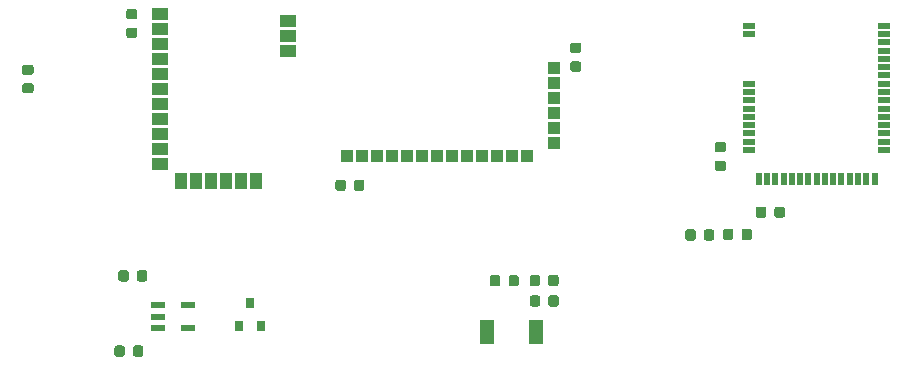
<source format=gbr>
G04 #@! TF.GenerationSoftware,KiCad,Pcbnew,(5.1.5)-3*
G04 #@! TF.CreationDate,2021-02-19T06:08:39+08:00*
G04 #@! TF.ProjectId,SMD810x_breakout,534d4438-3130-4785-9f62-7265616b6f75,rev?*
G04 #@! TF.SameCoordinates,Original*
G04 #@! TF.FileFunction,Paste,Top*
G04 #@! TF.FilePolarity,Positive*
%FSLAX46Y46*%
G04 Gerber Fmt 4.6, Leading zero omitted, Abs format (unit mm)*
G04 Created by KiCad (PCBNEW (5.1.5)-3) date 2021-02-19 06:08:39*
%MOMM*%
%LPD*%
G04 APERTURE LIST*
%ADD10C,0.100000*%
%ADD11R,1.300000X2.000000*%
%ADD12R,1.400000X1.000000*%
%ADD13R,1.000000X1.400000*%
%ADD14R,0.800000X0.900000*%
%ADD15R,1.270000X0.500000*%
%ADD16R,1.000000X1.000000*%
%ADD17R,1.000000X0.500000*%
%ADD18R,0.500000X1.000000*%
G04 APERTURE END LIST*
D10*
G36*
X108876091Y-93709253D02*
G01*
X108897326Y-93712403D01*
X108918150Y-93717619D01*
X108938362Y-93724851D01*
X108957768Y-93734030D01*
X108976181Y-93745066D01*
X108993424Y-93757854D01*
X109009330Y-93772270D01*
X109023746Y-93788176D01*
X109036534Y-93805419D01*
X109047570Y-93823832D01*
X109056749Y-93843238D01*
X109063981Y-93863450D01*
X109069197Y-93884274D01*
X109072347Y-93905509D01*
X109073400Y-93926950D01*
X109073400Y-94439450D01*
X109072347Y-94460891D01*
X109069197Y-94482126D01*
X109063981Y-94502950D01*
X109056749Y-94523162D01*
X109047570Y-94542568D01*
X109036534Y-94560981D01*
X109023746Y-94578224D01*
X109009330Y-94594130D01*
X108993424Y-94608546D01*
X108976181Y-94621334D01*
X108957768Y-94632370D01*
X108938362Y-94641549D01*
X108918150Y-94648781D01*
X108897326Y-94653997D01*
X108876091Y-94657147D01*
X108854650Y-94658200D01*
X108417150Y-94658200D01*
X108395709Y-94657147D01*
X108374474Y-94653997D01*
X108353650Y-94648781D01*
X108333438Y-94641549D01*
X108314032Y-94632370D01*
X108295619Y-94621334D01*
X108278376Y-94608546D01*
X108262470Y-94594130D01*
X108248054Y-94578224D01*
X108235266Y-94560981D01*
X108224230Y-94542568D01*
X108215051Y-94523162D01*
X108207819Y-94502950D01*
X108202603Y-94482126D01*
X108199453Y-94460891D01*
X108198400Y-94439450D01*
X108198400Y-93926950D01*
X108199453Y-93905509D01*
X108202603Y-93884274D01*
X108207819Y-93863450D01*
X108215051Y-93843238D01*
X108224230Y-93823832D01*
X108235266Y-93805419D01*
X108248054Y-93788176D01*
X108262470Y-93772270D01*
X108278376Y-93757854D01*
X108295619Y-93745066D01*
X108314032Y-93734030D01*
X108333438Y-93724851D01*
X108353650Y-93717619D01*
X108374474Y-93712403D01*
X108395709Y-93709253D01*
X108417150Y-93708200D01*
X108854650Y-93708200D01*
X108876091Y-93709253D01*
G37*
G36*
X107301091Y-93709253D02*
G01*
X107322326Y-93712403D01*
X107343150Y-93717619D01*
X107363362Y-93724851D01*
X107382768Y-93734030D01*
X107401181Y-93745066D01*
X107418424Y-93757854D01*
X107434330Y-93772270D01*
X107448746Y-93788176D01*
X107461534Y-93805419D01*
X107472570Y-93823832D01*
X107481749Y-93843238D01*
X107488981Y-93863450D01*
X107494197Y-93884274D01*
X107497347Y-93905509D01*
X107498400Y-93926950D01*
X107498400Y-94439450D01*
X107497347Y-94460891D01*
X107494197Y-94482126D01*
X107488981Y-94502950D01*
X107481749Y-94523162D01*
X107472570Y-94542568D01*
X107461534Y-94560981D01*
X107448746Y-94578224D01*
X107434330Y-94594130D01*
X107418424Y-94608546D01*
X107401181Y-94621334D01*
X107382768Y-94632370D01*
X107363362Y-94641549D01*
X107343150Y-94648781D01*
X107322326Y-94653997D01*
X107301091Y-94657147D01*
X107279650Y-94658200D01*
X106842150Y-94658200D01*
X106820709Y-94657147D01*
X106799474Y-94653997D01*
X106778650Y-94648781D01*
X106758438Y-94641549D01*
X106739032Y-94632370D01*
X106720619Y-94621334D01*
X106703376Y-94608546D01*
X106687470Y-94594130D01*
X106673054Y-94578224D01*
X106660266Y-94560981D01*
X106649230Y-94542568D01*
X106640051Y-94523162D01*
X106632819Y-94502950D01*
X106627603Y-94482126D01*
X106624453Y-94460891D01*
X106623400Y-94439450D01*
X106623400Y-93926950D01*
X106624453Y-93905509D01*
X106627603Y-93884274D01*
X106632819Y-93863450D01*
X106640051Y-93843238D01*
X106649230Y-93823832D01*
X106660266Y-93805419D01*
X106673054Y-93788176D01*
X106687470Y-93772270D01*
X106703376Y-93757854D01*
X106720619Y-93745066D01*
X106739032Y-93734030D01*
X106758438Y-93724851D01*
X106778650Y-93717619D01*
X106799474Y-93712403D01*
X106820709Y-93709253D01*
X106842150Y-93708200D01*
X107279650Y-93708200D01*
X107301091Y-93709253D01*
G37*
G36*
X107642691Y-87346053D02*
G01*
X107663926Y-87349203D01*
X107684750Y-87354419D01*
X107704962Y-87361651D01*
X107724368Y-87370830D01*
X107742781Y-87381866D01*
X107760024Y-87394654D01*
X107775930Y-87409070D01*
X107790346Y-87424976D01*
X107803134Y-87442219D01*
X107814170Y-87460632D01*
X107823349Y-87480038D01*
X107830581Y-87500250D01*
X107835797Y-87521074D01*
X107838947Y-87542309D01*
X107840000Y-87563750D01*
X107840000Y-88076250D01*
X107838947Y-88097691D01*
X107835797Y-88118926D01*
X107830581Y-88139750D01*
X107823349Y-88159962D01*
X107814170Y-88179368D01*
X107803134Y-88197781D01*
X107790346Y-88215024D01*
X107775930Y-88230930D01*
X107760024Y-88245346D01*
X107742781Y-88258134D01*
X107724368Y-88269170D01*
X107704962Y-88278349D01*
X107684750Y-88285581D01*
X107663926Y-88290797D01*
X107642691Y-88293947D01*
X107621250Y-88295000D01*
X107183750Y-88295000D01*
X107162309Y-88293947D01*
X107141074Y-88290797D01*
X107120250Y-88285581D01*
X107100038Y-88278349D01*
X107080632Y-88269170D01*
X107062219Y-88258134D01*
X107044976Y-88245346D01*
X107029070Y-88230930D01*
X107014654Y-88215024D01*
X107001866Y-88197781D01*
X106990830Y-88179368D01*
X106981651Y-88159962D01*
X106974419Y-88139750D01*
X106969203Y-88118926D01*
X106966053Y-88097691D01*
X106965000Y-88076250D01*
X106965000Y-87563750D01*
X106966053Y-87542309D01*
X106969203Y-87521074D01*
X106974419Y-87500250D01*
X106981651Y-87480038D01*
X106990830Y-87460632D01*
X107001866Y-87442219D01*
X107014654Y-87424976D01*
X107029070Y-87409070D01*
X107044976Y-87394654D01*
X107062219Y-87381866D01*
X107080632Y-87370830D01*
X107100038Y-87361651D01*
X107120250Y-87354419D01*
X107141074Y-87349203D01*
X107162309Y-87346053D01*
X107183750Y-87345000D01*
X107621250Y-87345000D01*
X107642691Y-87346053D01*
G37*
G36*
X109217691Y-87346053D02*
G01*
X109238926Y-87349203D01*
X109259750Y-87354419D01*
X109279962Y-87361651D01*
X109299368Y-87370830D01*
X109317781Y-87381866D01*
X109335024Y-87394654D01*
X109350930Y-87409070D01*
X109365346Y-87424976D01*
X109378134Y-87442219D01*
X109389170Y-87460632D01*
X109398349Y-87480038D01*
X109405581Y-87500250D01*
X109410797Y-87521074D01*
X109413947Y-87542309D01*
X109415000Y-87563750D01*
X109415000Y-88076250D01*
X109413947Y-88097691D01*
X109410797Y-88118926D01*
X109405581Y-88139750D01*
X109398349Y-88159962D01*
X109389170Y-88179368D01*
X109378134Y-88197781D01*
X109365346Y-88215024D01*
X109350930Y-88230930D01*
X109335024Y-88245346D01*
X109317781Y-88258134D01*
X109299368Y-88269170D01*
X109279962Y-88278349D01*
X109259750Y-88285581D01*
X109238926Y-88290797D01*
X109217691Y-88293947D01*
X109196250Y-88295000D01*
X108758750Y-88295000D01*
X108737309Y-88293947D01*
X108716074Y-88290797D01*
X108695250Y-88285581D01*
X108675038Y-88278349D01*
X108655632Y-88269170D01*
X108637219Y-88258134D01*
X108619976Y-88245346D01*
X108604070Y-88230930D01*
X108589654Y-88215024D01*
X108576866Y-88197781D01*
X108565830Y-88179368D01*
X108556651Y-88159962D01*
X108549419Y-88139750D01*
X108544203Y-88118926D01*
X108541053Y-88097691D01*
X108540000Y-88076250D01*
X108540000Y-87563750D01*
X108541053Y-87542309D01*
X108544203Y-87521074D01*
X108549419Y-87500250D01*
X108556651Y-87480038D01*
X108565830Y-87460632D01*
X108576866Y-87442219D01*
X108589654Y-87424976D01*
X108604070Y-87409070D01*
X108619976Y-87394654D01*
X108637219Y-87381866D01*
X108655632Y-87370830D01*
X108675038Y-87361651D01*
X108695250Y-87354419D01*
X108716074Y-87349203D01*
X108737309Y-87346053D01*
X108758750Y-87345000D01*
X109196250Y-87345000D01*
X109217691Y-87346053D01*
G37*
G36*
X108377691Y-66791053D02*
G01*
X108398926Y-66794203D01*
X108419750Y-66799419D01*
X108439962Y-66806651D01*
X108459368Y-66815830D01*
X108477781Y-66826866D01*
X108495024Y-66839654D01*
X108510930Y-66854070D01*
X108525346Y-66869976D01*
X108538134Y-66887219D01*
X108549170Y-66905632D01*
X108558349Y-66925038D01*
X108565581Y-66945250D01*
X108570797Y-66966074D01*
X108573947Y-66987309D01*
X108575000Y-67008750D01*
X108575000Y-67446250D01*
X108573947Y-67467691D01*
X108570797Y-67488926D01*
X108565581Y-67509750D01*
X108558349Y-67529962D01*
X108549170Y-67549368D01*
X108538134Y-67567781D01*
X108525346Y-67585024D01*
X108510930Y-67600930D01*
X108495024Y-67615346D01*
X108477781Y-67628134D01*
X108459368Y-67639170D01*
X108439962Y-67648349D01*
X108419750Y-67655581D01*
X108398926Y-67660797D01*
X108377691Y-67663947D01*
X108356250Y-67665000D01*
X107843750Y-67665000D01*
X107822309Y-67663947D01*
X107801074Y-67660797D01*
X107780250Y-67655581D01*
X107760038Y-67648349D01*
X107740632Y-67639170D01*
X107722219Y-67628134D01*
X107704976Y-67615346D01*
X107689070Y-67600930D01*
X107674654Y-67585024D01*
X107661866Y-67567781D01*
X107650830Y-67549368D01*
X107641651Y-67529962D01*
X107634419Y-67509750D01*
X107629203Y-67488926D01*
X107626053Y-67467691D01*
X107625000Y-67446250D01*
X107625000Y-67008750D01*
X107626053Y-66987309D01*
X107629203Y-66966074D01*
X107634419Y-66945250D01*
X107641651Y-66925038D01*
X107650830Y-66905632D01*
X107661866Y-66887219D01*
X107674654Y-66869976D01*
X107689070Y-66854070D01*
X107704976Y-66839654D01*
X107722219Y-66826866D01*
X107740632Y-66815830D01*
X107760038Y-66806651D01*
X107780250Y-66799419D01*
X107801074Y-66794203D01*
X107822309Y-66791053D01*
X107843750Y-66790000D01*
X108356250Y-66790000D01*
X108377691Y-66791053D01*
G37*
G36*
X108377691Y-65216053D02*
G01*
X108398926Y-65219203D01*
X108419750Y-65224419D01*
X108439962Y-65231651D01*
X108459368Y-65240830D01*
X108477781Y-65251866D01*
X108495024Y-65264654D01*
X108510930Y-65279070D01*
X108525346Y-65294976D01*
X108538134Y-65312219D01*
X108549170Y-65330632D01*
X108558349Y-65350038D01*
X108565581Y-65370250D01*
X108570797Y-65391074D01*
X108573947Y-65412309D01*
X108575000Y-65433750D01*
X108575000Y-65871250D01*
X108573947Y-65892691D01*
X108570797Y-65913926D01*
X108565581Y-65934750D01*
X108558349Y-65954962D01*
X108549170Y-65974368D01*
X108538134Y-65992781D01*
X108525346Y-66010024D01*
X108510930Y-66025930D01*
X108495024Y-66040346D01*
X108477781Y-66053134D01*
X108459368Y-66064170D01*
X108439962Y-66073349D01*
X108419750Y-66080581D01*
X108398926Y-66085797D01*
X108377691Y-66088947D01*
X108356250Y-66090000D01*
X107843750Y-66090000D01*
X107822309Y-66088947D01*
X107801074Y-66085797D01*
X107780250Y-66080581D01*
X107760038Y-66073349D01*
X107740632Y-66064170D01*
X107722219Y-66053134D01*
X107704976Y-66040346D01*
X107689070Y-66025930D01*
X107674654Y-66010024D01*
X107661866Y-65992781D01*
X107650830Y-65974368D01*
X107641651Y-65954962D01*
X107634419Y-65934750D01*
X107629203Y-65913926D01*
X107626053Y-65892691D01*
X107625000Y-65871250D01*
X107625000Y-65433750D01*
X107626053Y-65412309D01*
X107629203Y-65391074D01*
X107634419Y-65370250D01*
X107641651Y-65350038D01*
X107650830Y-65330632D01*
X107661866Y-65312219D01*
X107674654Y-65294976D01*
X107689070Y-65279070D01*
X107704976Y-65264654D01*
X107722219Y-65251866D01*
X107740632Y-65240830D01*
X107760038Y-65231651D01*
X107780250Y-65224419D01*
X107801074Y-65219203D01*
X107822309Y-65216053D01*
X107843750Y-65215000D01*
X108356250Y-65215000D01*
X108377691Y-65216053D01*
G37*
D11*
X138180000Y-92590000D03*
X142280000Y-92590000D03*
D12*
X121295000Y-68804200D03*
X121295000Y-67534200D03*
X121295000Y-66264200D03*
D13*
X118628000Y-79773000D03*
X117358000Y-79773000D03*
X116088000Y-79773000D03*
X114818000Y-79773000D03*
X113548000Y-79773000D03*
X112278000Y-79773000D03*
D12*
X110500000Y-78380000D03*
X110500000Y-77110000D03*
X110500000Y-75840000D03*
X110500000Y-74570000D03*
X110500000Y-73300000D03*
X110500000Y-72030000D03*
X110500000Y-70760000D03*
X110500000Y-69490000D03*
X110500000Y-68220000D03*
X110500000Y-66950000D03*
X110500000Y-65680000D03*
D14*
X117160000Y-92100000D03*
X119060000Y-92100000D03*
X118110000Y-90100000D03*
D10*
G36*
X158197691Y-76476053D02*
G01*
X158218926Y-76479203D01*
X158239750Y-76484419D01*
X158259962Y-76491651D01*
X158279368Y-76500830D01*
X158297781Y-76511866D01*
X158315024Y-76524654D01*
X158330930Y-76539070D01*
X158345346Y-76554976D01*
X158358134Y-76572219D01*
X158369170Y-76590632D01*
X158378349Y-76610038D01*
X158385581Y-76630250D01*
X158390797Y-76651074D01*
X158393947Y-76672309D01*
X158395000Y-76693750D01*
X158395000Y-77131250D01*
X158393947Y-77152691D01*
X158390797Y-77173926D01*
X158385581Y-77194750D01*
X158378349Y-77214962D01*
X158369170Y-77234368D01*
X158358134Y-77252781D01*
X158345346Y-77270024D01*
X158330930Y-77285930D01*
X158315024Y-77300346D01*
X158297781Y-77313134D01*
X158279368Y-77324170D01*
X158259962Y-77333349D01*
X158239750Y-77340581D01*
X158218926Y-77345797D01*
X158197691Y-77348947D01*
X158176250Y-77350000D01*
X157663750Y-77350000D01*
X157642309Y-77348947D01*
X157621074Y-77345797D01*
X157600250Y-77340581D01*
X157580038Y-77333349D01*
X157560632Y-77324170D01*
X157542219Y-77313134D01*
X157524976Y-77300346D01*
X157509070Y-77285930D01*
X157494654Y-77270024D01*
X157481866Y-77252781D01*
X157470830Y-77234368D01*
X157461651Y-77214962D01*
X157454419Y-77194750D01*
X157449203Y-77173926D01*
X157446053Y-77152691D01*
X157445000Y-77131250D01*
X157445000Y-76693750D01*
X157446053Y-76672309D01*
X157449203Y-76651074D01*
X157454419Y-76630250D01*
X157461651Y-76610038D01*
X157470830Y-76590632D01*
X157481866Y-76572219D01*
X157494654Y-76554976D01*
X157509070Y-76539070D01*
X157524976Y-76524654D01*
X157542219Y-76511866D01*
X157560632Y-76500830D01*
X157580038Y-76491651D01*
X157600250Y-76484419D01*
X157621074Y-76479203D01*
X157642309Y-76476053D01*
X157663750Y-76475000D01*
X158176250Y-76475000D01*
X158197691Y-76476053D01*
G37*
G36*
X158197691Y-78051053D02*
G01*
X158218926Y-78054203D01*
X158239750Y-78059419D01*
X158259962Y-78066651D01*
X158279368Y-78075830D01*
X158297781Y-78086866D01*
X158315024Y-78099654D01*
X158330930Y-78114070D01*
X158345346Y-78129976D01*
X158358134Y-78147219D01*
X158369170Y-78165632D01*
X158378349Y-78185038D01*
X158385581Y-78205250D01*
X158390797Y-78226074D01*
X158393947Y-78247309D01*
X158395000Y-78268750D01*
X158395000Y-78706250D01*
X158393947Y-78727691D01*
X158390797Y-78748926D01*
X158385581Y-78769750D01*
X158378349Y-78789962D01*
X158369170Y-78809368D01*
X158358134Y-78827781D01*
X158345346Y-78845024D01*
X158330930Y-78860930D01*
X158315024Y-78875346D01*
X158297781Y-78888134D01*
X158279368Y-78899170D01*
X158259962Y-78908349D01*
X158239750Y-78915581D01*
X158218926Y-78920797D01*
X158197691Y-78923947D01*
X158176250Y-78925000D01*
X157663750Y-78925000D01*
X157642309Y-78923947D01*
X157621074Y-78920797D01*
X157600250Y-78915581D01*
X157580038Y-78908349D01*
X157560632Y-78899170D01*
X157542219Y-78888134D01*
X157524976Y-78875346D01*
X157509070Y-78860930D01*
X157494654Y-78845024D01*
X157481866Y-78827781D01*
X157470830Y-78809368D01*
X157461651Y-78789962D01*
X157454419Y-78769750D01*
X157449203Y-78748926D01*
X157446053Y-78727691D01*
X157445000Y-78706250D01*
X157445000Y-78268750D01*
X157446053Y-78247309D01*
X157449203Y-78226074D01*
X157454419Y-78205250D01*
X157461651Y-78185038D01*
X157470830Y-78165632D01*
X157481866Y-78147219D01*
X157494654Y-78129976D01*
X157509070Y-78114070D01*
X157524976Y-78099654D01*
X157542219Y-78086866D01*
X157560632Y-78075830D01*
X157580038Y-78066651D01*
X157600250Y-78059419D01*
X157621074Y-78054203D01*
X157642309Y-78051053D01*
X157663750Y-78050000D01*
X158176250Y-78050000D01*
X158197691Y-78051053D01*
G37*
G36*
X161612691Y-81946053D02*
G01*
X161633926Y-81949203D01*
X161654750Y-81954419D01*
X161674962Y-81961651D01*
X161694368Y-81970830D01*
X161712781Y-81981866D01*
X161730024Y-81994654D01*
X161745930Y-82009070D01*
X161760346Y-82024976D01*
X161773134Y-82042219D01*
X161784170Y-82060632D01*
X161793349Y-82080038D01*
X161800581Y-82100250D01*
X161805797Y-82121074D01*
X161808947Y-82142309D01*
X161810000Y-82163750D01*
X161810000Y-82676250D01*
X161808947Y-82697691D01*
X161805797Y-82718926D01*
X161800581Y-82739750D01*
X161793349Y-82759962D01*
X161784170Y-82779368D01*
X161773134Y-82797781D01*
X161760346Y-82815024D01*
X161745930Y-82830930D01*
X161730024Y-82845346D01*
X161712781Y-82858134D01*
X161694368Y-82869170D01*
X161674962Y-82878349D01*
X161654750Y-82885581D01*
X161633926Y-82890797D01*
X161612691Y-82893947D01*
X161591250Y-82895000D01*
X161153750Y-82895000D01*
X161132309Y-82893947D01*
X161111074Y-82890797D01*
X161090250Y-82885581D01*
X161070038Y-82878349D01*
X161050632Y-82869170D01*
X161032219Y-82858134D01*
X161014976Y-82845346D01*
X160999070Y-82830930D01*
X160984654Y-82815024D01*
X160971866Y-82797781D01*
X160960830Y-82779368D01*
X160951651Y-82759962D01*
X160944419Y-82739750D01*
X160939203Y-82718926D01*
X160936053Y-82697691D01*
X160935000Y-82676250D01*
X160935000Y-82163750D01*
X160936053Y-82142309D01*
X160939203Y-82121074D01*
X160944419Y-82100250D01*
X160951651Y-82080038D01*
X160960830Y-82060632D01*
X160971866Y-82042219D01*
X160984654Y-82024976D01*
X160999070Y-82009070D01*
X161014976Y-81994654D01*
X161032219Y-81981866D01*
X161050632Y-81970830D01*
X161070038Y-81961651D01*
X161090250Y-81954419D01*
X161111074Y-81949203D01*
X161132309Y-81946053D01*
X161153750Y-81945000D01*
X161591250Y-81945000D01*
X161612691Y-81946053D01*
G37*
G36*
X163187691Y-81946053D02*
G01*
X163208926Y-81949203D01*
X163229750Y-81954419D01*
X163249962Y-81961651D01*
X163269368Y-81970830D01*
X163287781Y-81981866D01*
X163305024Y-81994654D01*
X163320930Y-82009070D01*
X163335346Y-82024976D01*
X163348134Y-82042219D01*
X163359170Y-82060632D01*
X163368349Y-82080038D01*
X163375581Y-82100250D01*
X163380797Y-82121074D01*
X163383947Y-82142309D01*
X163385000Y-82163750D01*
X163385000Y-82676250D01*
X163383947Y-82697691D01*
X163380797Y-82718926D01*
X163375581Y-82739750D01*
X163368349Y-82759962D01*
X163359170Y-82779368D01*
X163348134Y-82797781D01*
X163335346Y-82815024D01*
X163320930Y-82830930D01*
X163305024Y-82845346D01*
X163287781Y-82858134D01*
X163269368Y-82869170D01*
X163249962Y-82878349D01*
X163229750Y-82885581D01*
X163208926Y-82890797D01*
X163187691Y-82893947D01*
X163166250Y-82895000D01*
X162728750Y-82895000D01*
X162707309Y-82893947D01*
X162686074Y-82890797D01*
X162665250Y-82885581D01*
X162645038Y-82878349D01*
X162625632Y-82869170D01*
X162607219Y-82858134D01*
X162589976Y-82845346D01*
X162574070Y-82830930D01*
X162559654Y-82815024D01*
X162546866Y-82797781D01*
X162535830Y-82779368D01*
X162526651Y-82759962D01*
X162519419Y-82739750D01*
X162514203Y-82718926D01*
X162511053Y-82697691D01*
X162510000Y-82676250D01*
X162510000Y-82163750D01*
X162511053Y-82142309D01*
X162514203Y-82121074D01*
X162519419Y-82100250D01*
X162526651Y-82080038D01*
X162535830Y-82060632D01*
X162546866Y-82042219D01*
X162559654Y-82024976D01*
X162574070Y-82009070D01*
X162589976Y-81994654D01*
X162607219Y-81981866D01*
X162625632Y-81970830D01*
X162645038Y-81961651D01*
X162665250Y-81954419D01*
X162686074Y-81949203D01*
X162707309Y-81946053D01*
X162728750Y-81945000D01*
X163166250Y-81945000D01*
X163187691Y-81946053D01*
G37*
G36*
X145957691Y-69651053D02*
G01*
X145978926Y-69654203D01*
X145999750Y-69659419D01*
X146019962Y-69666651D01*
X146039368Y-69675830D01*
X146057781Y-69686866D01*
X146075024Y-69699654D01*
X146090930Y-69714070D01*
X146105346Y-69729976D01*
X146118134Y-69747219D01*
X146129170Y-69765632D01*
X146138349Y-69785038D01*
X146145581Y-69805250D01*
X146150797Y-69826074D01*
X146153947Y-69847309D01*
X146155000Y-69868750D01*
X146155000Y-70306250D01*
X146153947Y-70327691D01*
X146150797Y-70348926D01*
X146145581Y-70369750D01*
X146138349Y-70389962D01*
X146129170Y-70409368D01*
X146118134Y-70427781D01*
X146105346Y-70445024D01*
X146090930Y-70460930D01*
X146075024Y-70475346D01*
X146057781Y-70488134D01*
X146039368Y-70499170D01*
X146019962Y-70508349D01*
X145999750Y-70515581D01*
X145978926Y-70520797D01*
X145957691Y-70523947D01*
X145936250Y-70525000D01*
X145423750Y-70525000D01*
X145402309Y-70523947D01*
X145381074Y-70520797D01*
X145360250Y-70515581D01*
X145340038Y-70508349D01*
X145320632Y-70499170D01*
X145302219Y-70488134D01*
X145284976Y-70475346D01*
X145269070Y-70460930D01*
X145254654Y-70445024D01*
X145241866Y-70427781D01*
X145230830Y-70409368D01*
X145221651Y-70389962D01*
X145214419Y-70369750D01*
X145209203Y-70348926D01*
X145206053Y-70327691D01*
X145205000Y-70306250D01*
X145205000Y-69868750D01*
X145206053Y-69847309D01*
X145209203Y-69826074D01*
X145214419Y-69805250D01*
X145221651Y-69785038D01*
X145230830Y-69765632D01*
X145241866Y-69747219D01*
X145254654Y-69729976D01*
X145269070Y-69714070D01*
X145284976Y-69699654D01*
X145302219Y-69686866D01*
X145320632Y-69675830D01*
X145340038Y-69666651D01*
X145360250Y-69659419D01*
X145381074Y-69654203D01*
X145402309Y-69651053D01*
X145423750Y-69650000D01*
X145936250Y-69650000D01*
X145957691Y-69651053D01*
G37*
G36*
X145957691Y-68076053D02*
G01*
X145978926Y-68079203D01*
X145999750Y-68084419D01*
X146019962Y-68091651D01*
X146039368Y-68100830D01*
X146057781Y-68111866D01*
X146075024Y-68124654D01*
X146090930Y-68139070D01*
X146105346Y-68154976D01*
X146118134Y-68172219D01*
X146129170Y-68190632D01*
X146138349Y-68210038D01*
X146145581Y-68230250D01*
X146150797Y-68251074D01*
X146153947Y-68272309D01*
X146155000Y-68293750D01*
X146155000Y-68731250D01*
X146153947Y-68752691D01*
X146150797Y-68773926D01*
X146145581Y-68794750D01*
X146138349Y-68814962D01*
X146129170Y-68834368D01*
X146118134Y-68852781D01*
X146105346Y-68870024D01*
X146090930Y-68885930D01*
X146075024Y-68900346D01*
X146057781Y-68913134D01*
X146039368Y-68924170D01*
X146019962Y-68933349D01*
X145999750Y-68940581D01*
X145978926Y-68945797D01*
X145957691Y-68948947D01*
X145936250Y-68950000D01*
X145423750Y-68950000D01*
X145402309Y-68948947D01*
X145381074Y-68945797D01*
X145360250Y-68940581D01*
X145340038Y-68933349D01*
X145320632Y-68924170D01*
X145302219Y-68913134D01*
X145284976Y-68900346D01*
X145269070Y-68885930D01*
X145254654Y-68870024D01*
X145241866Y-68852781D01*
X145230830Y-68834368D01*
X145221651Y-68814962D01*
X145214419Y-68794750D01*
X145209203Y-68773926D01*
X145206053Y-68752691D01*
X145205000Y-68731250D01*
X145205000Y-68293750D01*
X145206053Y-68272309D01*
X145209203Y-68251074D01*
X145214419Y-68230250D01*
X145221651Y-68210038D01*
X145230830Y-68190632D01*
X145241866Y-68172219D01*
X145254654Y-68154976D01*
X145269070Y-68139070D01*
X145284976Y-68124654D01*
X145302219Y-68111866D01*
X145320632Y-68100830D01*
X145340038Y-68091651D01*
X145360250Y-68084419D01*
X145381074Y-68079203D01*
X145402309Y-68076053D01*
X145423750Y-68075000D01*
X145936250Y-68075000D01*
X145957691Y-68076053D01*
G37*
G36*
X157207691Y-83876053D02*
G01*
X157228926Y-83879203D01*
X157249750Y-83884419D01*
X157269962Y-83891651D01*
X157289368Y-83900830D01*
X157307781Y-83911866D01*
X157325024Y-83924654D01*
X157340930Y-83939070D01*
X157355346Y-83954976D01*
X157368134Y-83972219D01*
X157379170Y-83990632D01*
X157388349Y-84010038D01*
X157395581Y-84030250D01*
X157400797Y-84051074D01*
X157403947Y-84072309D01*
X157405000Y-84093750D01*
X157405000Y-84606250D01*
X157403947Y-84627691D01*
X157400797Y-84648926D01*
X157395581Y-84669750D01*
X157388349Y-84689962D01*
X157379170Y-84709368D01*
X157368134Y-84727781D01*
X157355346Y-84745024D01*
X157340930Y-84760930D01*
X157325024Y-84775346D01*
X157307781Y-84788134D01*
X157289368Y-84799170D01*
X157269962Y-84808349D01*
X157249750Y-84815581D01*
X157228926Y-84820797D01*
X157207691Y-84823947D01*
X157186250Y-84825000D01*
X156748750Y-84825000D01*
X156727309Y-84823947D01*
X156706074Y-84820797D01*
X156685250Y-84815581D01*
X156665038Y-84808349D01*
X156645632Y-84799170D01*
X156627219Y-84788134D01*
X156609976Y-84775346D01*
X156594070Y-84760930D01*
X156579654Y-84745024D01*
X156566866Y-84727781D01*
X156555830Y-84709368D01*
X156546651Y-84689962D01*
X156539419Y-84669750D01*
X156534203Y-84648926D01*
X156531053Y-84627691D01*
X156530000Y-84606250D01*
X156530000Y-84093750D01*
X156531053Y-84072309D01*
X156534203Y-84051074D01*
X156539419Y-84030250D01*
X156546651Y-84010038D01*
X156555830Y-83990632D01*
X156566866Y-83972219D01*
X156579654Y-83954976D01*
X156594070Y-83939070D01*
X156609976Y-83924654D01*
X156627219Y-83911866D01*
X156645632Y-83900830D01*
X156665038Y-83891651D01*
X156685250Y-83884419D01*
X156706074Y-83879203D01*
X156727309Y-83876053D01*
X156748750Y-83875000D01*
X157186250Y-83875000D01*
X157207691Y-83876053D01*
G37*
G36*
X155632691Y-83876053D02*
G01*
X155653926Y-83879203D01*
X155674750Y-83884419D01*
X155694962Y-83891651D01*
X155714368Y-83900830D01*
X155732781Y-83911866D01*
X155750024Y-83924654D01*
X155765930Y-83939070D01*
X155780346Y-83954976D01*
X155793134Y-83972219D01*
X155804170Y-83990632D01*
X155813349Y-84010038D01*
X155820581Y-84030250D01*
X155825797Y-84051074D01*
X155828947Y-84072309D01*
X155830000Y-84093750D01*
X155830000Y-84606250D01*
X155828947Y-84627691D01*
X155825797Y-84648926D01*
X155820581Y-84669750D01*
X155813349Y-84689962D01*
X155804170Y-84709368D01*
X155793134Y-84727781D01*
X155780346Y-84745024D01*
X155765930Y-84760930D01*
X155750024Y-84775346D01*
X155732781Y-84788134D01*
X155714368Y-84799170D01*
X155694962Y-84808349D01*
X155674750Y-84815581D01*
X155653926Y-84820797D01*
X155632691Y-84823947D01*
X155611250Y-84825000D01*
X155173750Y-84825000D01*
X155152309Y-84823947D01*
X155131074Y-84820797D01*
X155110250Y-84815581D01*
X155090038Y-84808349D01*
X155070632Y-84799170D01*
X155052219Y-84788134D01*
X155034976Y-84775346D01*
X155019070Y-84760930D01*
X155004654Y-84745024D01*
X154991866Y-84727781D01*
X154980830Y-84709368D01*
X154971651Y-84689962D01*
X154964419Y-84669750D01*
X154959203Y-84648926D01*
X154956053Y-84627691D01*
X154955000Y-84606250D01*
X154955000Y-84093750D01*
X154956053Y-84072309D01*
X154959203Y-84051074D01*
X154964419Y-84030250D01*
X154971651Y-84010038D01*
X154980830Y-83990632D01*
X154991866Y-83972219D01*
X155004654Y-83954976D01*
X155019070Y-83939070D01*
X155034976Y-83924654D01*
X155052219Y-83911866D01*
X155070632Y-83900830D01*
X155090038Y-83891651D01*
X155110250Y-83884419D01*
X155131074Y-83879203D01*
X155152309Y-83876053D01*
X155173750Y-83875000D01*
X155611250Y-83875000D01*
X155632691Y-83876053D01*
G37*
G36*
X160397691Y-83826053D02*
G01*
X160418926Y-83829203D01*
X160439750Y-83834419D01*
X160459962Y-83841651D01*
X160479368Y-83850830D01*
X160497781Y-83861866D01*
X160515024Y-83874654D01*
X160530930Y-83889070D01*
X160545346Y-83904976D01*
X160558134Y-83922219D01*
X160569170Y-83940632D01*
X160578349Y-83960038D01*
X160585581Y-83980250D01*
X160590797Y-84001074D01*
X160593947Y-84022309D01*
X160595000Y-84043750D01*
X160595000Y-84556250D01*
X160593947Y-84577691D01*
X160590797Y-84598926D01*
X160585581Y-84619750D01*
X160578349Y-84639962D01*
X160569170Y-84659368D01*
X160558134Y-84677781D01*
X160545346Y-84695024D01*
X160530930Y-84710930D01*
X160515024Y-84725346D01*
X160497781Y-84738134D01*
X160479368Y-84749170D01*
X160459962Y-84758349D01*
X160439750Y-84765581D01*
X160418926Y-84770797D01*
X160397691Y-84773947D01*
X160376250Y-84775000D01*
X159938750Y-84775000D01*
X159917309Y-84773947D01*
X159896074Y-84770797D01*
X159875250Y-84765581D01*
X159855038Y-84758349D01*
X159835632Y-84749170D01*
X159817219Y-84738134D01*
X159799976Y-84725346D01*
X159784070Y-84710930D01*
X159769654Y-84695024D01*
X159756866Y-84677781D01*
X159745830Y-84659368D01*
X159736651Y-84639962D01*
X159729419Y-84619750D01*
X159724203Y-84598926D01*
X159721053Y-84577691D01*
X159720000Y-84556250D01*
X159720000Y-84043750D01*
X159721053Y-84022309D01*
X159724203Y-84001074D01*
X159729419Y-83980250D01*
X159736651Y-83960038D01*
X159745830Y-83940632D01*
X159756866Y-83922219D01*
X159769654Y-83904976D01*
X159784070Y-83889070D01*
X159799976Y-83874654D01*
X159817219Y-83861866D01*
X159835632Y-83850830D01*
X159855038Y-83841651D01*
X159875250Y-83834419D01*
X159896074Y-83829203D01*
X159917309Y-83826053D01*
X159938750Y-83825000D01*
X160376250Y-83825000D01*
X160397691Y-83826053D01*
G37*
G36*
X158822691Y-83826053D02*
G01*
X158843926Y-83829203D01*
X158864750Y-83834419D01*
X158884962Y-83841651D01*
X158904368Y-83850830D01*
X158922781Y-83861866D01*
X158940024Y-83874654D01*
X158955930Y-83889070D01*
X158970346Y-83904976D01*
X158983134Y-83922219D01*
X158994170Y-83940632D01*
X159003349Y-83960038D01*
X159010581Y-83980250D01*
X159015797Y-84001074D01*
X159018947Y-84022309D01*
X159020000Y-84043750D01*
X159020000Y-84556250D01*
X159018947Y-84577691D01*
X159015797Y-84598926D01*
X159010581Y-84619750D01*
X159003349Y-84639962D01*
X158994170Y-84659368D01*
X158983134Y-84677781D01*
X158970346Y-84695024D01*
X158955930Y-84710930D01*
X158940024Y-84725346D01*
X158922781Y-84738134D01*
X158904368Y-84749170D01*
X158884962Y-84758349D01*
X158864750Y-84765581D01*
X158843926Y-84770797D01*
X158822691Y-84773947D01*
X158801250Y-84775000D01*
X158363750Y-84775000D01*
X158342309Y-84773947D01*
X158321074Y-84770797D01*
X158300250Y-84765581D01*
X158280038Y-84758349D01*
X158260632Y-84749170D01*
X158242219Y-84738134D01*
X158224976Y-84725346D01*
X158209070Y-84710930D01*
X158194654Y-84695024D01*
X158181866Y-84677781D01*
X158170830Y-84659368D01*
X158161651Y-84639962D01*
X158154419Y-84619750D01*
X158149203Y-84598926D01*
X158146053Y-84577691D01*
X158145000Y-84556250D01*
X158145000Y-84043750D01*
X158146053Y-84022309D01*
X158149203Y-84001074D01*
X158154419Y-83980250D01*
X158161651Y-83960038D01*
X158170830Y-83940632D01*
X158181866Y-83922219D01*
X158194654Y-83904976D01*
X158209070Y-83889070D01*
X158224976Y-83874654D01*
X158242219Y-83861866D01*
X158260632Y-83850830D01*
X158280038Y-83841651D01*
X158300250Y-83834419D01*
X158321074Y-83829203D01*
X158342309Y-83826053D01*
X158363750Y-83825000D01*
X158801250Y-83825000D01*
X158822691Y-83826053D01*
G37*
D15*
X110340000Y-90320000D03*
X110340000Y-91270000D03*
X110340000Y-92220000D03*
X112880000Y-92220000D03*
X112880000Y-90320000D03*
D16*
X126332000Y-77690000D03*
X127602000Y-77690000D03*
X128872000Y-77690000D03*
X130142000Y-77690000D03*
X131412000Y-77690000D03*
X132682000Y-77690000D03*
X133952000Y-77690000D03*
X135222000Y-77690000D03*
X136492000Y-77690000D03*
X137762000Y-77690000D03*
X139032000Y-77690000D03*
X140302000Y-77690000D03*
X141572000Y-77690000D03*
X143850000Y-76547000D03*
X143850000Y-75277000D03*
X143850000Y-74007000D03*
X143850000Y-72737000D03*
X143850000Y-71467000D03*
X143850000Y-70197000D03*
D17*
X160380000Y-77150000D03*
X160380000Y-76450000D03*
X160380000Y-75750000D03*
X160380000Y-75050000D03*
X160380000Y-74350000D03*
X160380000Y-73650000D03*
X160380000Y-72950000D03*
X160380000Y-72250000D03*
X160380000Y-71550000D03*
X160380000Y-67350000D03*
X160380000Y-66650000D03*
D18*
X161180000Y-79650000D03*
X161880000Y-79650000D03*
X162580000Y-79650000D03*
X163280000Y-79650000D03*
X163980000Y-79650000D03*
X164680000Y-79650000D03*
X165380000Y-79650000D03*
X166080000Y-79650000D03*
X166780000Y-79650000D03*
X167480000Y-79650000D03*
X168180000Y-79650000D03*
X168880000Y-79650000D03*
X169580000Y-79650000D03*
X170280000Y-79650000D03*
X170980000Y-79650000D03*
D17*
X171780000Y-77150000D03*
X171780000Y-76450000D03*
X171780000Y-75750000D03*
X171780000Y-75050000D03*
X171780000Y-72250000D03*
X171780000Y-74350000D03*
X171780000Y-73650000D03*
X171780000Y-72950000D03*
X171780000Y-69450000D03*
X171780000Y-71550000D03*
X171780000Y-70850000D03*
X171780000Y-70150000D03*
X171780000Y-66650000D03*
X171780000Y-68750000D03*
X171780000Y-68050000D03*
X171780000Y-67350000D03*
D10*
G36*
X144027691Y-87736053D02*
G01*
X144048926Y-87739203D01*
X144069750Y-87744419D01*
X144089962Y-87751651D01*
X144109368Y-87760830D01*
X144127781Y-87771866D01*
X144145024Y-87784654D01*
X144160930Y-87799070D01*
X144175346Y-87814976D01*
X144188134Y-87832219D01*
X144199170Y-87850632D01*
X144208349Y-87870038D01*
X144215581Y-87890250D01*
X144220797Y-87911074D01*
X144223947Y-87932309D01*
X144225000Y-87953750D01*
X144225000Y-88466250D01*
X144223947Y-88487691D01*
X144220797Y-88508926D01*
X144215581Y-88529750D01*
X144208349Y-88549962D01*
X144199170Y-88569368D01*
X144188134Y-88587781D01*
X144175346Y-88605024D01*
X144160930Y-88620930D01*
X144145024Y-88635346D01*
X144127781Y-88648134D01*
X144109368Y-88659170D01*
X144089962Y-88668349D01*
X144069750Y-88675581D01*
X144048926Y-88680797D01*
X144027691Y-88683947D01*
X144006250Y-88685000D01*
X143568750Y-88685000D01*
X143547309Y-88683947D01*
X143526074Y-88680797D01*
X143505250Y-88675581D01*
X143485038Y-88668349D01*
X143465632Y-88659170D01*
X143447219Y-88648134D01*
X143429976Y-88635346D01*
X143414070Y-88620930D01*
X143399654Y-88605024D01*
X143386866Y-88587781D01*
X143375830Y-88569368D01*
X143366651Y-88549962D01*
X143359419Y-88529750D01*
X143354203Y-88508926D01*
X143351053Y-88487691D01*
X143350000Y-88466250D01*
X143350000Y-87953750D01*
X143351053Y-87932309D01*
X143354203Y-87911074D01*
X143359419Y-87890250D01*
X143366651Y-87870038D01*
X143375830Y-87850632D01*
X143386866Y-87832219D01*
X143399654Y-87814976D01*
X143414070Y-87799070D01*
X143429976Y-87784654D01*
X143447219Y-87771866D01*
X143465632Y-87760830D01*
X143485038Y-87751651D01*
X143505250Y-87744419D01*
X143526074Y-87739203D01*
X143547309Y-87736053D01*
X143568750Y-87735000D01*
X144006250Y-87735000D01*
X144027691Y-87736053D01*
G37*
G36*
X142452691Y-87736053D02*
G01*
X142473926Y-87739203D01*
X142494750Y-87744419D01*
X142514962Y-87751651D01*
X142534368Y-87760830D01*
X142552781Y-87771866D01*
X142570024Y-87784654D01*
X142585930Y-87799070D01*
X142600346Y-87814976D01*
X142613134Y-87832219D01*
X142624170Y-87850632D01*
X142633349Y-87870038D01*
X142640581Y-87890250D01*
X142645797Y-87911074D01*
X142648947Y-87932309D01*
X142650000Y-87953750D01*
X142650000Y-88466250D01*
X142648947Y-88487691D01*
X142645797Y-88508926D01*
X142640581Y-88529750D01*
X142633349Y-88549962D01*
X142624170Y-88569368D01*
X142613134Y-88587781D01*
X142600346Y-88605024D01*
X142585930Y-88620930D01*
X142570024Y-88635346D01*
X142552781Y-88648134D01*
X142534368Y-88659170D01*
X142514962Y-88668349D01*
X142494750Y-88675581D01*
X142473926Y-88680797D01*
X142452691Y-88683947D01*
X142431250Y-88685000D01*
X141993750Y-88685000D01*
X141972309Y-88683947D01*
X141951074Y-88680797D01*
X141930250Y-88675581D01*
X141910038Y-88668349D01*
X141890632Y-88659170D01*
X141872219Y-88648134D01*
X141854976Y-88635346D01*
X141839070Y-88620930D01*
X141824654Y-88605024D01*
X141811866Y-88587781D01*
X141800830Y-88569368D01*
X141791651Y-88549962D01*
X141784419Y-88529750D01*
X141779203Y-88508926D01*
X141776053Y-88487691D01*
X141775000Y-88466250D01*
X141775000Y-87953750D01*
X141776053Y-87932309D01*
X141779203Y-87911074D01*
X141784419Y-87890250D01*
X141791651Y-87870038D01*
X141800830Y-87850632D01*
X141811866Y-87832219D01*
X141824654Y-87814976D01*
X141839070Y-87799070D01*
X141854976Y-87784654D01*
X141872219Y-87771866D01*
X141890632Y-87760830D01*
X141910038Y-87751651D01*
X141930250Y-87744419D01*
X141951074Y-87739203D01*
X141972309Y-87736053D01*
X141993750Y-87735000D01*
X142431250Y-87735000D01*
X142452691Y-87736053D01*
G37*
G36*
X140667691Y-87756053D02*
G01*
X140688926Y-87759203D01*
X140709750Y-87764419D01*
X140729962Y-87771651D01*
X140749368Y-87780830D01*
X140767781Y-87791866D01*
X140785024Y-87804654D01*
X140800930Y-87819070D01*
X140815346Y-87834976D01*
X140828134Y-87852219D01*
X140839170Y-87870632D01*
X140848349Y-87890038D01*
X140855581Y-87910250D01*
X140860797Y-87931074D01*
X140863947Y-87952309D01*
X140865000Y-87973750D01*
X140865000Y-88486250D01*
X140863947Y-88507691D01*
X140860797Y-88528926D01*
X140855581Y-88549750D01*
X140848349Y-88569962D01*
X140839170Y-88589368D01*
X140828134Y-88607781D01*
X140815346Y-88625024D01*
X140800930Y-88640930D01*
X140785024Y-88655346D01*
X140767781Y-88668134D01*
X140749368Y-88679170D01*
X140729962Y-88688349D01*
X140709750Y-88695581D01*
X140688926Y-88700797D01*
X140667691Y-88703947D01*
X140646250Y-88705000D01*
X140208750Y-88705000D01*
X140187309Y-88703947D01*
X140166074Y-88700797D01*
X140145250Y-88695581D01*
X140125038Y-88688349D01*
X140105632Y-88679170D01*
X140087219Y-88668134D01*
X140069976Y-88655346D01*
X140054070Y-88640930D01*
X140039654Y-88625024D01*
X140026866Y-88607781D01*
X140015830Y-88589368D01*
X140006651Y-88569962D01*
X139999419Y-88549750D01*
X139994203Y-88528926D01*
X139991053Y-88507691D01*
X139990000Y-88486250D01*
X139990000Y-87973750D01*
X139991053Y-87952309D01*
X139994203Y-87931074D01*
X139999419Y-87910250D01*
X140006651Y-87890038D01*
X140015830Y-87870632D01*
X140026866Y-87852219D01*
X140039654Y-87834976D01*
X140054070Y-87819070D01*
X140069976Y-87804654D01*
X140087219Y-87791866D01*
X140105632Y-87780830D01*
X140125038Y-87771651D01*
X140145250Y-87764419D01*
X140166074Y-87759203D01*
X140187309Y-87756053D01*
X140208750Y-87755000D01*
X140646250Y-87755000D01*
X140667691Y-87756053D01*
G37*
G36*
X139092691Y-87756053D02*
G01*
X139113926Y-87759203D01*
X139134750Y-87764419D01*
X139154962Y-87771651D01*
X139174368Y-87780830D01*
X139192781Y-87791866D01*
X139210024Y-87804654D01*
X139225930Y-87819070D01*
X139240346Y-87834976D01*
X139253134Y-87852219D01*
X139264170Y-87870632D01*
X139273349Y-87890038D01*
X139280581Y-87910250D01*
X139285797Y-87931074D01*
X139288947Y-87952309D01*
X139290000Y-87973750D01*
X139290000Y-88486250D01*
X139288947Y-88507691D01*
X139285797Y-88528926D01*
X139280581Y-88549750D01*
X139273349Y-88569962D01*
X139264170Y-88589368D01*
X139253134Y-88607781D01*
X139240346Y-88625024D01*
X139225930Y-88640930D01*
X139210024Y-88655346D01*
X139192781Y-88668134D01*
X139174368Y-88679170D01*
X139154962Y-88688349D01*
X139134750Y-88695581D01*
X139113926Y-88700797D01*
X139092691Y-88703947D01*
X139071250Y-88705000D01*
X138633750Y-88705000D01*
X138612309Y-88703947D01*
X138591074Y-88700797D01*
X138570250Y-88695581D01*
X138550038Y-88688349D01*
X138530632Y-88679170D01*
X138512219Y-88668134D01*
X138494976Y-88655346D01*
X138479070Y-88640930D01*
X138464654Y-88625024D01*
X138451866Y-88607781D01*
X138440830Y-88589368D01*
X138431651Y-88569962D01*
X138424419Y-88549750D01*
X138419203Y-88528926D01*
X138416053Y-88507691D01*
X138415000Y-88486250D01*
X138415000Y-87973750D01*
X138416053Y-87952309D01*
X138419203Y-87931074D01*
X138424419Y-87910250D01*
X138431651Y-87890038D01*
X138440830Y-87870632D01*
X138451866Y-87852219D01*
X138464654Y-87834976D01*
X138479070Y-87819070D01*
X138494976Y-87804654D01*
X138512219Y-87791866D01*
X138530632Y-87780830D01*
X138550038Y-87771651D01*
X138570250Y-87764419D01*
X138591074Y-87759203D01*
X138612309Y-87756053D01*
X138633750Y-87755000D01*
X139071250Y-87755000D01*
X139092691Y-87756053D01*
G37*
G36*
X144047691Y-89466053D02*
G01*
X144068926Y-89469203D01*
X144089750Y-89474419D01*
X144109962Y-89481651D01*
X144129368Y-89490830D01*
X144147781Y-89501866D01*
X144165024Y-89514654D01*
X144180930Y-89529070D01*
X144195346Y-89544976D01*
X144208134Y-89562219D01*
X144219170Y-89580632D01*
X144228349Y-89600038D01*
X144235581Y-89620250D01*
X144240797Y-89641074D01*
X144243947Y-89662309D01*
X144245000Y-89683750D01*
X144245000Y-90196250D01*
X144243947Y-90217691D01*
X144240797Y-90238926D01*
X144235581Y-90259750D01*
X144228349Y-90279962D01*
X144219170Y-90299368D01*
X144208134Y-90317781D01*
X144195346Y-90335024D01*
X144180930Y-90350930D01*
X144165024Y-90365346D01*
X144147781Y-90378134D01*
X144129368Y-90389170D01*
X144109962Y-90398349D01*
X144089750Y-90405581D01*
X144068926Y-90410797D01*
X144047691Y-90413947D01*
X144026250Y-90415000D01*
X143588750Y-90415000D01*
X143567309Y-90413947D01*
X143546074Y-90410797D01*
X143525250Y-90405581D01*
X143505038Y-90398349D01*
X143485632Y-90389170D01*
X143467219Y-90378134D01*
X143449976Y-90365346D01*
X143434070Y-90350930D01*
X143419654Y-90335024D01*
X143406866Y-90317781D01*
X143395830Y-90299368D01*
X143386651Y-90279962D01*
X143379419Y-90259750D01*
X143374203Y-90238926D01*
X143371053Y-90217691D01*
X143370000Y-90196250D01*
X143370000Y-89683750D01*
X143371053Y-89662309D01*
X143374203Y-89641074D01*
X143379419Y-89620250D01*
X143386651Y-89600038D01*
X143395830Y-89580632D01*
X143406866Y-89562219D01*
X143419654Y-89544976D01*
X143434070Y-89529070D01*
X143449976Y-89514654D01*
X143467219Y-89501866D01*
X143485632Y-89490830D01*
X143505038Y-89481651D01*
X143525250Y-89474419D01*
X143546074Y-89469203D01*
X143567309Y-89466053D01*
X143588750Y-89465000D01*
X144026250Y-89465000D01*
X144047691Y-89466053D01*
G37*
G36*
X142472691Y-89466053D02*
G01*
X142493926Y-89469203D01*
X142514750Y-89474419D01*
X142534962Y-89481651D01*
X142554368Y-89490830D01*
X142572781Y-89501866D01*
X142590024Y-89514654D01*
X142605930Y-89529070D01*
X142620346Y-89544976D01*
X142633134Y-89562219D01*
X142644170Y-89580632D01*
X142653349Y-89600038D01*
X142660581Y-89620250D01*
X142665797Y-89641074D01*
X142668947Y-89662309D01*
X142670000Y-89683750D01*
X142670000Y-90196250D01*
X142668947Y-90217691D01*
X142665797Y-90238926D01*
X142660581Y-90259750D01*
X142653349Y-90279962D01*
X142644170Y-90299368D01*
X142633134Y-90317781D01*
X142620346Y-90335024D01*
X142605930Y-90350930D01*
X142590024Y-90365346D01*
X142572781Y-90378134D01*
X142554368Y-90389170D01*
X142534962Y-90398349D01*
X142514750Y-90405581D01*
X142493926Y-90410797D01*
X142472691Y-90413947D01*
X142451250Y-90415000D01*
X142013750Y-90415000D01*
X141992309Y-90413947D01*
X141971074Y-90410797D01*
X141950250Y-90405581D01*
X141930038Y-90398349D01*
X141910632Y-90389170D01*
X141892219Y-90378134D01*
X141874976Y-90365346D01*
X141859070Y-90350930D01*
X141844654Y-90335024D01*
X141831866Y-90317781D01*
X141820830Y-90299368D01*
X141811651Y-90279962D01*
X141804419Y-90259750D01*
X141799203Y-90238926D01*
X141796053Y-90217691D01*
X141795000Y-90196250D01*
X141795000Y-89683750D01*
X141796053Y-89662309D01*
X141799203Y-89641074D01*
X141804419Y-89620250D01*
X141811651Y-89600038D01*
X141820830Y-89580632D01*
X141831866Y-89562219D01*
X141844654Y-89544976D01*
X141859070Y-89529070D01*
X141874976Y-89514654D01*
X141892219Y-89501866D01*
X141910632Y-89490830D01*
X141930038Y-89481651D01*
X141950250Y-89474419D01*
X141971074Y-89469203D01*
X141992309Y-89466053D01*
X142013750Y-89465000D01*
X142451250Y-89465000D01*
X142472691Y-89466053D01*
G37*
G36*
X127587691Y-79666053D02*
G01*
X127608926Y-79669203D01*
X127629750Y-79674419D01*
X127649962Y-79681651D01*
X127669368Y-79690830D01*
X127687781Y-79701866D01*
X127705024Y-79714654D01*
X127720930Y-79729070D01*
X127735346Y-79744976D01*
X127748134Y-79762219D01*
X127759170Y-79780632D01*
X127768349Y-79800038D01*
X127775581Y-79820250D01*
X127780797Y-79841074D01*
X127783947Y-79862309D01*
X127785000Y-79883750D01*
X127785000Y-80396250D01*
X127783947Y-80417691D01*
X127780797Y-80438926D01*
X127775581Y-80459750D01*
X127768349Y-80479962D01*
X127759170Y-80499368D01*
X127748134Y-80517781D01*
X127735346Y-80535024D01*
X127720930Y-80550930D01*
X127705024Y-80565346D01*
X127687781Y-80578134D01*
X127669368Y-80589170D01*
X127649962Y-80598349D01*
X127629750Y-80605581D01*
X127608926Y-80610797D01*
X127587691Y-80613947D01*
X127566250Y-80615000D01*
X127128750Y-80615000D01*
X127107309Y-80613947D01*
X127086074Y-80610797D01*
X127065250Y-80605581D01*
X127045038Y-80598349D01*
X127025632Y-80589170D01*
X127007219Y-80578134D01*
X126989976Y-80565346D01*
X126974070Y-80550930D01*
X126959654Y-80535024D01*
X126946866Y-80517781D01*
X126935830Y-80499368D01*
X126926651Y-80479962D01*
X126919419Y-80459750D01*
X126914203Y-80438926D01*
X126911053Y-80417691D01*
X126910000Y-80396250D01*
X126910000Y-79883750D01*
X126911053Y-79862309D01*
X126914203Y-79841074D01*
X126919419Y-79820250D01*
X126926651Y-79800038D01*
X126935830Y-79780632D01*
X126946866Y-79762219D01*
X126959654Y-79744976D01*
X126974070Y-79729070D01*
X126989976Y-79714654D01*
X127007219Y-79701866D01*
X127025632Y-79690830D01*
X127045038Y-79681651D01*
X127065250Y-79674419D01*
X127086074Y-79669203D01*
X127107309Y-79666053D01*
X127128750Y-79665000D01*
X127566250Y-79665000D01*
X127587691Y-79666053D01*
G37*
G36*
X126012691Y-79666053D02*
G01*
X126033926Y-79669203D01*
X126054750Y-79674419D01*
X126074962Y-79681651D01*
X126094368Y-79690830D01*
X126112781Y-79701866D01*
X126130024Y-79714654D01*
X126145930Y-79729070D01*
X126160346Y-79744976D01*
X126173134Y-79762219D01*
X126184170Y-79780632D01*
X126193349Y-79800038D01*
X126200581Y-79820250D01*
X126205797Y-79841074D01*
X126208947Y-79862309D01*
X126210000Y-79883750D01*
X126210000Y-80396250D01*
X126208947Y-80417691D01*
X126205797Y-80438926D01*
X126200581Y-80459750D01*
X126193349Y-80479962D01*
X126184170Y-80499368D01*
X126173134Y-80517781D01*
X126160346Y-80535024D01*
X126145930Y-80550930D01*
X126130024Y-80565346D01*
X126112781Y-80578134D01*
X126094368Y-80589170D01*
X126074962Y-80598349D01*
X126054750Y-80605581D01*
X126033926Y-80610797D01*
X126012691Y-80613947D01*
X125991250Y-80615000D01*
X125553750Y-80615000D01*
X125532309Y-80613947D01*
X125511074Y-80610797D01*
X125490250Y-80605581D01*
X125470038Y-80598349D01*
X125450632Y-80589170D01*
X125432219Y-80578134D01*
X125414976Y-80565346D01*
X125399070Y-80550930D01*
X125384654Y-80535024D01*
X125371866Y-80517781D01*
X125360830Y-80499368D01*
X125351651Y-80479962D01*
X125344419Y-80459750D01*
X125339203Y-80438926D01*
X125336053Y-80417691D01*
X125335000Y-80396250D01*
X125335000Y-79883750D01*
X125336053Y-79862309D01*
X125339203Y-79841074D01*
X125344419Y-79820250D01*
X125351651Y-79800038D01*
X125360830Y-79780632D01*
X125371866Y-79762219D01*
X125384654Y-79744976D01*
X125399070Y-79729070D01*
X125414976Y-79714654D01*
X125432219Y-79701866D01*
X125450632Y-79690830D01*
X125470038Y-79681651D01*
X125490250Y-79674419D01*
X125511074Y-79669203D01*
X125532309Y-79666053D01*
X125553750Y-79665000D01*
X125991250Y-79665000D01*
X126012691Y-79666053D01*
G37*
G36*
X99577691Y-71501053D02*
G01*
X99598926Y-71504203D01*
X99619750Y-71509419D01*
X99639962Y-71516651D01*
X99659368Y-71525830D01*
X99677781Y-71536866D01*
X99695024Y-71549654D01*
X99710930Y-71564070D01*
X99725346Y-71579976D01*
X99738134Y-71597219D01*
X99749170Y-71615632D01*
X99758349Y-71635038D01*
X99765581Y-71655250D01*
X99770797Y-71676074D01*
X99773947Y-71697309D01*
X99775000Y-71718750D01*
X99775000Y-72156250D01*
X99773947Y-72177691D01*
X99770797Y-72198926D01*
X99765581Y-72219750D01*
X99758349Y-72239962D01*
X99749170Y-72259368D01*
X99738134Y-72277781D01*
X99725346Y-72295024D01*
X99710930Y-72310930D01*
X99695024Y-72325346D01*
X99677781Y-72338134D01*
X99659368Y-72349170D01*
X99639962Y-72358349D01*
X99619750Y-72365581D01*
X99598926Y-72370797D01*
X99577691Y-72373947D01*
X99556250Y-72375000D01*
X99043750Y-72375000D01*
X99022309Y-72373947D01*
X99001074Y-72370797D01*
X98980250Y-72365581D01*
X98960038Y-72358349D01*
X98940632Y-72349170D01*
X98922219Y-72338134D01*
X98904976Y-72325346D01*
X98889070Y-72310930D01*
X98874654Y-72295024D01*
X98861866Y-72277781D01*
X98850830Y-72259368D01*
X98841651Y-72239962D01*
X98834419Y-72219750D01*
X98829203Y-72198926D01*
X98826053Y-72177691D01*
X98825000Y-72156250D01*
X98825000Y-71718750D01*
X98826053Y-71697309D01*
X98829203Y-71676074D01*
X98834419Y-71655250D01*
X98841651Y-71635038D01*
X98850830Y-71615632D01*
X98861866Y-71597219D01*
X98874654Y-71579976D01*
X98889070Y-71564070D01*
X98904976Y-71549654D01*
X98922219Y-71536866D01*
X98940632Y-71525830D01*
X98960038Y-71516651D01*
X98980250Y-71509419D01*
X99001074Y-71504203D01*
X99022309Y-71501053D01*
X99043750Y-71500000D01*
X99556250Y-71500000D01*
X99577691Y-71501053D01*
G37*
G36*
X99577691Y-69926053D02*
G01*
X99598926Y-69929203D01*
X99619750Y-69934419D01*
X99639962Y-69941651D01*
X99659368Y-69950830D01*
X99677781Y-69961866D01*
X99695024Y-69974654D01*
X99710930Y-69989070D01*
X99725346Y-70004976D01*
X99738134Y-70022219D01*
X99749170Y-70040632D01*
X99758349Y-70060038D01*
X99765581Y-70080250D01*
X99770797Y-70101074D01*
X99773947Y-70122309D01*
X99775000Y-70143750D01*
X99775000Y-70581250D01*
X99773947Y-70602691D01*
X99770797Y-70623926D01*
X99765581Y-70644750D01*
X99758349Y-70664962D01*
X99749170Y-70684368D01*
X99738134Y-70702781D01*
X99725346Y-70720024D01*
X99710930Y-70735930D01*
X99695024Y-70750346D01*
X99677781Y-70763134D01*
X99659368Y-70774170D01*
X99639962Y-70783349D01*
X99619750Y-70790581D01*
X99598926Y-70795797D01*
X99577691Y-70798947D01*
X99556250Y-70800000D01*
X99043750Y-70800000D01*
X99022309Y-70798947D01*
X99001074Y-70795797D01*
X98980250Y-70790581D01*
X98960038Y-70783349D01*
X98940632Y-70774170D01*
X98922219Y-70763134D01*
X98904976Y-70750346D01*
X98889070Y-70735930D01*
X98874654Y-70720024D01*
X98861866Y-70702781D01*
X98850830Y-70684368D01*
X98841651Y-70664962D01*
X98834419Y-70644750D01*
X98829203Y-70623926D01*
X98826053Y-70602691D01*
X98825000Y-70581250D01*
X98825000Y-70143750D01*
X98826053Y-70122309D01*
X98829203Y-70101074D01*
X98834419Y-70080250D01*
X98841651Y-70060038D01*
X98850830Y-70040632D01*
X98861866Y-70022219D01*
X98874654Y-70004976D01*
X98889070Y-69989070D01*
X98904976Y-69974654D01*
X98922219Y-69961866D01*
X98940632Y-69950830D01*
X98960038Y-69941651D01*
X98980250Y-69934419D01*
X99001074Y-69929203D01*
X99022309Y-69926053D01*
X99043750Y-69925000D01*
X99556250Y-69925000D01*
X99577691Y-69926053D01*
G37*
M02*

</source>
